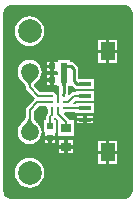
<source format=gtl>
G04 Layer_Physical_Order=1*
G04 Layer_Color=255*
%FSLAX25Y25*%
%MOIN*%
G70*
G01*
G75*
%ADD10R,0.03543X0.03150*%
%ADD11R,0.01968X0.01968*%
%ADD12R,0.01968X0.01968*%
%ADD13C,0.00965*%
%ADD14R,0.03937X0.01181*%
%ADD15R,0.05118X0.06496*%
%ADD16C,0.00600*%
%ADD17C,0.01000*%
%ADD18C,0.01500*%
%ADD19C,0.05905*%
%ADD20C,0.07874*%
%ADD21C,0.02600*%
G36*
X41339Y65859D02*
Y65854D01*
X42079Y65756D01*
X42769Y65470D01*
X43362Y65016D01*
X43817Y64423D01*
X44103Y63733D01*
X44200Y62992D01*
X44205D01*
Y3937D01*
X44200D01*
X44103Y3196D01*
X43817Y2506D01*
X43362Y1914D01*
X42769Y1459D01*
X42079Y1173D01*
X41339Y1075D01*
Y1071D01*
X41339Y1071D01*
X3937D01*
Y1075D01*
X3196Y1173D01*
X2506Y1459D01*
X1914Y1914D01*
X1459Y2506D01*
X1173Y3196D01*
X1075Y3937D01*
X1071D01*
Y62992D01*
X1075D01*
X1173Y63733D01*
X1459Y64423D01*
X1914Y65016D01*
X2506Y65470D01*
X3196Y65756D01*
X3937Y65854D01*
Y65859D01*
X41339D01*
X41339Y65859D01*
D02*
G37*
%LPC*%
G36*
X38986Y20482D02*
X36427D01*
Y17234D01*
X38986D01*
Y20482D01*
D02*
G37*
G36*
X21447Y20679D02*
X19676D01*
Y19104D01*
X21447D01*
Y20679D01*
D02*
G37*
G36*
X24419D02*
X22647D01*
Y19104D01*
X24419D01*
Y20679D01*
D02*
G37*
G36*
X21447Y17904D02*
X19676D01*
Y16329D01*
X21447D01*
Y17904D01*
D02*
G37*
G36*
X24419D02*
X22647D01*
Y16329D01*
X24419D01*
Y17904D01*
D02*
G37*
G36*
X35227Y20482D02*
X32668D01*
Y17234D01*
X35227D01*
Y20482D01*
D02*
G37*
G36*
X30915Y28750D02*
X28947D01*
Y28159D01*
X30915D01*
Y28750D01*
D02*
G37*
G36*
X27746D02*
X25778D01*
Y28159D01*
X27746D01*
Y28750D01*
D02*
G37*
G36*
X30915Y26959D02*
X28947D01*
Y26368D01*
X30915D01*
Y26959D01*
D02*
G37*
G36*
X27746D02*
X25778D01*
Y26368D01*
X27746D01*
Y26959D01*
D02*
G37*
G36*
X16136Y20778D02*
X15152D01*
Y19794D01*
X16136D01*
Y20778D01*
D02*
G37*
G36*
X18320D02*
X17336D01*
Y19794D01*
X18320D01*
Y20778D01*
D02*
G37*
G36*
X9843Y47491D02*
X8811Y47355D01*
X7849Y46957D01*
X7023Y46323D01*
X6390Y45497D01*
X5991Y44536D01*
X5856Y43504D01*
X5991Y42472D01*
X6390Y41510D01*
X7023Y40685D01*
X7111Y40617D01*
X7378Y40349D01*
X7649Y40060D01*
X8102Y39520D01*
X8256Y39307D01*
X8377Y39116D01*
X8458Y38962D01*
X8503Y38852D01*
X8517Y38800D01*
Y38287D01*
X8618Y37780D01*
X8905Y37350D01*
X11491Y34765D01*
X11355Y34194D01*
X8905Y31744D01*
X8618Y31314D01*
X8517Y30807D01*
Y28130D01*
X8503Y28077D01*
X8458Y27967D01*
X8377Y27813D01*
X8256Y27622D01*
X8108Y27417D01*
X7365Y26567D01*
X7111Y26312D01*
X7023Y26244D01*
X6390Y25419D01*
X5991Y24457D01*
X5856Y23425D01*
X5991Y22393D01*
X6390Y21432D01*
X7023Y20606D01*
X7849Y19973D01*
X8811Y19574D01*
X9843Y19438D01*
X10874Y19574D01*
X11836Y19973D01*
X12662Y20606D01*
X13295Y21432D01*
X13693Y22393D01*
X13829Y23425D01*
X13693Y24457D01*
X13295Y25419D01*
X12662Y26244D01*
X12574Y26312D01*
X12307Y26580D01*
X12036Y26869D01*
X11583Y27409D01*
X11429Y27622D01*
X11308Y27813D01*
X11227Y27967D01*
X11182Y28077D01*
X11168Y28130D01*
Y30258D01*
X12931Y32021D01*
X15343D01*
X15753Y31521D01*
X15725Y31378D01*
X15840Y30800D01*
X15901Y30708D01*
X15911Y30558D01*
Y29695D01*
X15799Y29583D01*
X15512Y29153D01*
X15411Y28646D01*
Y27299D01*
X14752D01*
Y23331D01*
X14834D01*
X15152Y22962D01*
X15152Y22831D01*
Y21978D01*
X16736D01*
X18320D01*
Y22831D01*
X18320Y22962D01*
X18638Y23331D01*
X18721D01*
Y27299D01*
X18062D01*
Y28097D01*
X18173Y28208D01*
X18180Y28218D01*
X18677Y28267D01*
X19116Y27828D01*
X19276Y27378D01*
X19276D01*
X19276Y27378D01*
Y22228D01*
X24819D01*
Y27378D01*
X23206D01*
X22985Y27709D01*
X21309Y29384D01*
X21474Y29926D01*
X21752Y29982D01*
X21843Y30043D01*
X21993Y30053D01*
X24488D01*
X24878Y30130D01*
X25378Y29906D01*
Y29906D01*
X26352D01*
X26390Y29898D01*
X26428Y29906D01*
X26492D01*
X26505Y29904D01*
X26508Y29906D01*
X31315D01*
Y33087D01*
X26508D01*
X26505Y33088D01*
X26492Y33087D01*
X26428D01*
X26390Y33094D01*
X26352Y33087D01*
X25378D01*
Y32822D01*
X24606D01*
X24569Y32814D01*
X24323Y33275D01*
X24882Y33834D01*
X25378Y33843D01*
Y33843D01*
X26352D01*
X26390Y33835D01*
X26428Y33843D01*
X26492D01*
X26505Y33841D01*
X26508Y33843D01*
X31315D01*
Y37024D01*
X26508D01*
X26505Y37025D01*
X26492Y37024D01*
X26428D01*
X26390Y37031D01*
X26352Y37024D01*
X25378D01*
Y36759D01*
X24606D01*
X24099Y36658D01*
X23669Y36370D01*
X23115Y35816D01*
X22654Y36062D01*
X22703Y36307D01*
Y38831D01*
X23189D01*
Y38901D01*
X23689Y39109D01*
X24509Y38289D01*
X25005Y37957D01*
X25378Y37883D01*
Y37780D01*
X26352D01*
X26390Y37772D01*
X26428Y37780D01*
X26464D01*
X26491Y37777D01*
X26499Y37780D01*
X31315D01*
Y40961D01*
X26499D01*
X26491Y40963D01*
X26238Y41209D01*
X26136Y41372D01*
Y44291D01*
X26019Y44877D01*
X25688Y45373D01*
X24664Y46397D01*
X24168Y46728D01*
X23582Y46845D01*
X23189D01*
Y47300D01*
X22215D01*
X22177Y47307D01*
X22139Y47300D01*
X22080D01*
X22064Y47301D01*
X22060Y47300D01*
X19221D01*
Y47217D01*
X18852Y46900D01*
X18721Y46900D01*
X17868D01*
Y45315D01*
Y43731D01*
X18721D01*
X18852Y43731D01*
X19221Y43414D01*
Y43331D01*
X19418D01*
X19421Y43292D01*
Y42800D01*
X19221D01*
Y42717D01*
X18852Y42400D01*
X18721Y42400D01*
X17868D01*
Y40815D01*
Y39231D01*
X18721D01*
X18852Y39231D01*
X19221Y38914D01*
Y38831D01*
X19644D01*
Y36841D01*
X19205Y36418D01*
X18782Y36334D01*
X18475Y36129D01*
X18305Y36384D01*
X17815Y36711D01*
X17236Y36826D01*
X16658Y36711D01*
X16566Y36650D01*
X16416Y36640D01*
X13364D01*
X11176Y38829D01*
X11182Y38852D01*
X11227Y38962D01*
X11308Y39116D01*
X11429Y39307D01*
X11577Y39512D01*
X12320Y40362D01*
X12574Y40617D01*
X12662Y40685D01*
X13295Y41510D01*
X13693Y42472D01*
X13829Y43504D01*
X13693Y44536D01*
X13295Y45497D01*
X12662Y46323D01*
X11836Y46957D01*
X10874Y47355D01*
X9843Y47491D01*
D02*
G37*
G36*
X38986Y49695D02*
X36427D01*
Y46447D01*
X38986D01*
Y49695D01*
D02*
G37*
G36*
X35227D02*
X32668D01*
Y46447D01*
X35227D01*
Y49695D01*
D02*
G37*
G36*
X16668Y46900D02*
X15684D01*
Y45915D01*
X16668D01*
Y46900D01*
D02*
G37*
G36*
X9843Y62066D02*
X8554Y61897D01*
X7353Y61399D01*
X6321Y60608D01*
X5530Y59576D01*
X5033Y58375D01*
X4863Y57087D01*
X5033Y55798D01*
X5530Y54597D01*
X6321Y53566D01*
X7353Y52774D01*
X8554Y52277D01*
X9843Y52107D01*
X11131Y52277D01*
X12332Y52774D01*
X13364Y53566D01*
X14155Y54597D01*
X14652Y55798D01*
X14822Y57087D01*
X14652Y58375D01*
X14155Y59576D01*
X13364Y60608D01*
X12332Y61399D01*
X11131Y61897D01*
X9843Y62066D01*
D02*
G37*
G36*
X38986Y54143D02*
X36427D01*
Y50895D01*
X38986D01*
Y54143D01*
D02*
G37*
G36*
X35227D02*
X32668D01*
Y50895D01*
X35227D01*
Y54143D01*
D02*
G37*
G36*
X35227Y16034D02*
X32668D01*
Y12786D01*
X35227D01*
Y16034D01*
D02*
G37*
G36*
X9843Y14822D02*
X8554Y14652D01*
X7353Y14155D01*
X6321Y13364D01*
X5530Y12332D01*
X5033Y11131D01*
X4863Y9843D01*
X5033Y8554D01*
X5530Y7353D01*
X6321Y6321D01*
X7353Y5530D01*
X8554Y5033D01*
X9843Y4863D01*
X11131Y5033D01*
X12332Y5530D01*
X13364Y6321D01*
X14155Y7353D01*
X14652Y8554D01*
X14822Y9843D01*
X14652Y11131D01*
X14155Y12332D01*
X13364Y13364D01*
X12332Y14155D01*
X11131Y14652D01*
X9843Y14822D01*
D02*
G37*
G36*
X16668Y40215D02*
X15684D01*
Y39231D01*
X16668D01*
Y40215D01*
D02*
G37*
G36*
Y44715D02*
X15684D01*
Y43731D01*
X16668D01*
Y44715D01*
D02*
G37*
G36*
Y42400D02*
X15684D01*
Y41415D01*
X16668D01*
Y42400D01*
D02*
G37*
G36*
X38986Y16034D02*
X36427D01*
Y12786D01*
X38986D01*
Y16034D01*
D02*
G37*
%LPD*%
G36*
X10160Y27952D02*
X10213Y27752D01*
X10301Y27536D01*
X10425Y27301D01*
X10584Y27050D01*
X10779Y26781D01*
X11273Y26192D01*
X11574Y25872D01*
X11909Y25534D01*
X7776D01*
X8111Y25872D01*
X8906Y26781D01*
X9101Y27050D01*
X9260Y27301D01*
X9384Y27536D01*
X9472Y27752D01*
X9525Y27952D01*
X9543Y28134D01*
X10142D01*
X10160Y27952D01*
D02*
G37*
G36*
X17039Y26771D02*
X17048Y26667D01*
X17063Y26575D01*
X17084Y26496D01*
X17111Y26428D01*
X17144Y26373D01*
X17183Y26330D01*
X17228Y26300D01*
X17279Y26281D01*
X17336Y26275D01*
X16136D01*
X16193Y26281D01*
X16244Y26300D01*
X16289Y26330D01*
X16328Y26373D01*
X16361Y26428D01*
X16388Y26496D01*
X16409Y26575D01*
X16424Y26667D01*
X16433Y26771D01*
X16436Y26887D01*
X17036D01*
X17039Y26771D01*
D02*
G37*
G36*
X22348Y26695D02*
X22364Y26512D01*
X22374Y26467D01*
X22385Y26431D01*
X22399Y26403D01*
X22415Y26382D01*
X22433Y26370D01*
X22453Y26366D01*
X21642D01*
X21662Y26370D01*
X21680Y26382D01*
X21695Y26403D01*
X21709Y26431D01*
X21721Y26467D01*
X21730Y26512D01*
X21738Y26565D01*
X21743Y26626D01*
X21747Y26772D01*
X22347D01*
X22348Y26695D01*
D02*
G37*
G36*
X21474Y36182D02*
X21486Y36002D01*
X21570D01*
X21551Y35973D01*
X21535Y35935D01*
X21520Y35888D01*
X21508Y35832D01*
X21501Y35790D01*
X21502Y35770D01*
X21513Y35716D01*
X21525Y35671D01*
X21539Y35636D01*
X21554Y35611D01*
X21482D01*
X21474Y35423D01*
X21473Y35315D01*
X20873D01*
X20872Y35423D01*
X20860Y35611D01*
X20792D01*
X20808Y35636D01*
X20821Y35671D01*
X20834Y35716D01*
X20844Y35770D01*
X20846Y35785D01*
X20839Y35832D01*
X20826Y35888D01*
X20811Y35935D01*
X20795Y35973D01*
X20777Y36002D01*
X20866D01*
X20873Y36293D01*
X21473D01*
X21474Y36182D01*
D02*
G37*
G36*
X16934Y34939D02*
X16910Y34954D01*
X16877Y34966D01*
X16834Y34978D01*
X16781Y34988D01*
X16646Y35003D01*
X16472Y35012D01*
X16259Y35015D01*
Y35615D01*
X16370Y35616D01*
X16781Y35642D01*
X16834Y35652D01*
X16877Y35664D01*
X16910Y35676D01*
X16934Y35691D01*
Y34939D01*
D02*
G37*
G36*
X26390Y34855D02*
X26384Y34907D01*
X26366Y34955D01*
X26336Y34997D01*
X26294Y35033D01*
X26240Y35063D01*
X26174Y35089D01*
X26096Y35108D01*
X26006Y35122D01*
X25904Y35130D01*
X25790Y35133D01*
Y35733D01*
X25904Y35736D01*
X26006Y35744D01*
X26096Y35758D01*
X26174Y35778D01*
X26240Y35803D01*
X26294Y35833D01*
X26336Y35870D01*
X26366Y35911D01*
X26384Y35959D01*
X26390Y36012D01*
Y34855D01*
D02*
G37*
G36*
Y38791D02*
X26382Y38807D01*
X26358Y38820D01*
X26318Y38832D01*
X26262Y38842D01*
X26190Y38851D01*
X25998Y38863D01*
X25591Y38870D01*
Y39870D01*
X25742Y39871D01*
X26318Y39909D01*
X26358Y39920D01*
X26382Y39934D01*
X26390Y39949D01*
Y38791D01*
D02*
G37*
G36*
X22187Y46198D02*
X22217Y46118D01*
X22267Y46047D01*
X22337Y45985D01*
X22427Y45933D01*
X22537Y45891D01*
X22667Y45858D01*
X22817Y45834D01*
X22987Y45820D01*
X23130Y45816D01*
X23264Y45815D01*
Y44815D01*
X22974Y44809D01*
X22817Y44796D01*
X22667Y44773D01*
X22537Y44740D01*
X22427Y44697D01*
X22337Y44645D01*
X22267Y44584D01*
X22217Y44513D01*
X22187Y44433D01*
X22177Y44343D01*
X22135Y44328D01*
X22097Y44283D01*
X22064Y44208D01*
X22035Y44103D01*
X22011Y43968D01*
X21991Y43803D01*
X21964Y43383D01*
X21958Y42998D01*
X22011Y42163D01*
X22035Y42028D01*
X22064Y41923D01*
X22097Y41848D01*
X22135Y41803D01*
X22177Y41788D01*
X20233D01*
X20275Y41803D01*
X20313Y41848D01*
X20346Y41923D01*
X20375Y42028D01*
X20399Y42163D01*
X20419Y42328D01*
X20446Y42748D01*
X20452Y43133D01*
X20399Y43968D01*
X20375Y44103D01*
X20346Y44208D01*
X20313Y44283D01*
X20275Y44328D01*
X20233Y44343D01*
X22177D01*
Y44794D01*
X21735Y44785D01*
Y45846D01*
X21756Y45840D01*
X21806Y45835D01*
X21994Y45826D01*
X22177Y45825D01*
Y46288D01*
X22187Y46198D01*
D02*
G37*
G36*
X22078Y39833D02*
X21993Y39803D01*
X21918Y39753D01*
X21853Y39683D01*
X21798Y39593D01*
X21753Y39483D01*
X21718Y39353D01*
X21693Y39203D01*
X21678Y39033D01*
X21673Y38843D01*
X20673D01*
X20669Y39033D01*
X20656Y39203D01*
X20634Y39353D01*
X20603Y39483D01*
X20563Y39593D01*
X20515Y39683D01*
X20457Y39753D01*
X20391Y39803D01*
X20316Y39833D01*
X20233Y39843D01*
X22173D01*
X22078Y39833D01*
D02*
G37*
G36*
X11574Y41058D02*
X10779Y40148D01*
X10584Y39879D01*
X10425Y39628D01*
X10301Y39394D01*
X10213Y39177D01*
X10160Y38977D01*
X10142Y38795D01*
X9543D01*
X9525Y38977D01*
X9472Y39177D01*
X9384Y39394D01*
X9260Y39628D01*
X9101Y39879D01*
X8906Y40148D01*
X8412Y40737D01*
X8111Y41058D01*
X7776Y41395D01*
X11909D01*
X11574Y41058D01*
D02*
G37*
G36*
X19566Y34989D02*
X19553Y34955D01*
X19542Y34912D01*
X19532Y34859D01*
X19517Y34724D01*
X19508Y34550D01*
X19505Y34337D01*
X18905D01*
X18904Y34449D01*
X18877Y34859D01*
X18868Y34912D01*
X18856Y34955D01*
X18843Y34989D01*
X18829Y35013D01*
X19580D01*
X19566Y34989D01*
D02*
G37*
G36*
X26390Y30918D02*
X26384Y30970D01*
X26366Y31018D01*
X26336Y31060D01*
X26294Y31096D01*
X26240Y31126D01*
X26174Y31152D01*
X26096Y31171D01*
X26006Y31185D01*
X25904Y31193D01*
X25790Y31196D01*
Y31796D01*
X25904Y31799D01*
X26006Y31807D01*
X26096Y31821D01*
X26174Y31841D01*
X26240Y31866D01*
X26294Y31896D01*
X26336Y31933D01*
X26366Y31974D01*
X26384Y32022D01*
X26390Y32075D01*
Y30918D01*
D02*
G37*
G36*
X19566Y31052D02*
X19553Y31018D01*
X19542Y30975D01*
X19532Y30922D01*
X19517Y30787D01*
X19508Y30613D01*
X19505Y30400D01*
X18905D01*
X18904Y30512D01*
X18877Y30922D01*
X18868Y30975D01*
X18856Y31018D01*
X18843Y31052D01*
X18829Y31076D01*
X19580D01*
X19566Y31052D01*
D02*
G37*
G36*
X17598D02*
X17585Y31018D01*
X17573Y30975D01*
X17563Y30922D01*
X17548Y30787D01*
X17539Y30613D01*
X17536Y30400D01*
X16936D01*
X16936Y30512D01*
X16909Y30922D01*
X16899Y30975D01*
X16888Y31018D01*
X16875Y31052D01*
X16860Y31076D01*
X17612D01*
X17598Y31052D01*
D02*
G37*
G36*
X21499Y31739D02*
X21533Y31727D01*
X21576Y31715D01*
X21629Y31705D01*
X21764Y31690D01*
X21938Y31681D01*
X22151Y31678D01*
Y31078D01*
X22039Y31077D01*
X21629Y31051D01*
X21576Y31041D01*
X21533Y31029D01*
X21499Y31016D01*
X21475Y31002D01*
Y31754D01*
X21499Y31739D01*
D02*
G37*
G36*
X19505Y34213D02*
X19532Y33802D01*
X19542Y33749D01*
X19553Y33706D01*
X19566Y33672D01*
X19580Y33649D01*
X18829D01*
X18843Y33672D01*
X18856Y33706D01*
X18868Y33749D01*
X18877Y33802D01*
X18893Y33937D01*
X18902Y34111D01*
X18905Y34324D01*
X19505D01*
X19505Y34213D01*
D02*
G37*
G36*
X21499Y33708D02*
X21533Y33695D01*
X21576Y33684D01*
X21629Y33674D01*
X21764Y33659D01*
X21938Y33650D01*
X22151Y33646D01*
Y33046D01*
X22039Y33046D01*
X21629Y33019D01*
X21576Y33009D01*
X21533Y32998D01*
X21499Y32985D01*
X21475Y32971D01*
Y33722D01*
X21499Y33708D01*
D02*
G37*
G36*
X16934Y32971D02*
X16910Y32985D01*
X16877Y32998D01*
X16834Y33009D01*
X16781Y33019D01*
X16646Y33034D01*
X16472Y33043D01*
X16259Y33046D01*
Y33646D01*
X16370Y33647D01*
X16781Y33674D01*
X16834Y33684D01*
X16877Y33695D01*
X16910Y33708D01*
X16934Y33722D01*
Y32971D01*
D02*
G37*
D10*
X22047Y18504D02*
D03*
Y24803D02*
D03*
D11*
X16736Y25315D02*
D03*
Y21378D02*
D03*
D12*
X17268Y45315D02*
D03*
X21205D02*
D03*
X17268Y40815D02*
D03*
X21205D02*
D03*
D13*
X17236Y31378D02*
D03*
Y33346D02*
D03*
Y35315D02*
D03*
X19205Y31378D02*
D03*
Y33346D02*
D03*
Y35315D02*
D03*
X21173Y31378D02*
D03*
Y33346D02*
D03*
Y35315D02*
D03*
D14*
X28346Y27559D02*
D03*
Y31496D02*
D03*
Y35433D02*
D03*
Y39370D02*
D03*
D15*
X35827Y16634D02*
D03*
Y50295D02*
D03*
D16*
X19205Y35912D02*
Y37488D01*
X18782Y36334D02*
X19205Y35912D01*
Y35315D02*
Y35912D01*
X22047Y24803D02*
Y26772D01*
X19205Y29614D02*
X22047Y26772D01*
X19205Y29614D02*
Y31378D01*
X9843Y38287D02*
Y43504D01*
Y38287D02*
X12815Y35315D01*
X17236D01*
X9843Y23425D02*
Y30807D01*
X12382Y33346D01*
X17236D01*
X16736Y25315D02*
Y28646D01*
X17236Y29146D01*
Y31378D01*
X19205Y33346D02*
Y35315D01*
X21173Y35315D02*
Y36307D01*
X24606Y31496D02*
X28346D01*
X24488Y31378D02*
X24606Y31496D01*
X21173Y31378D02*
X24488D01*
X24606Y35433D02*
X28346D01*
X22520Y33346D02*
X24606Y35433D01*
X21173Y33346D02*
X22520D01*
D17*
X21173Y40784D02*
X21205Y40815D01*
X21173Y36307D02*
Y40784D01*
X21205Y45315D02*
X23582D01*
X24606Y44291D01*
Y40354D02*
Y44291D01*
Y40354D02*
X25591Y39370D01*
X28346D01*
D18*
X21205Y40815D02*
Y45315D01*
D19*
X9843Y23425D02*
D03*
Y43504D02*
D03*
D20*
Y9843D02*
D03*
Y57087D02*
D03*
D21*
X35827Y16634D02*
D03*
Y50295D02*
D03*
X35433Y27559D02*
D03*
Y39370D02*
D03*
X13386Y38976D02*
D03*
Y29528D02*
D03*
X41339Y51181D02*
D03*
Y39370D02*
D03*
Y27559D02*
D03*
Y15748D02*
D03*
X27559D02*
D03*
Y51181D02*
D03*
X15748D02*
D03*
X3937D02*
D03*
Y39370D02*
D03*
Y27559D02*
D03*
X15748Y15748D02*
D03*
X3937D02*
D03*
X15748Y3937D02*
D03*
X3937D02*
D03*
X15748Y62992D02*
D03*
X3937D02*
D03*
M02*

</source>
